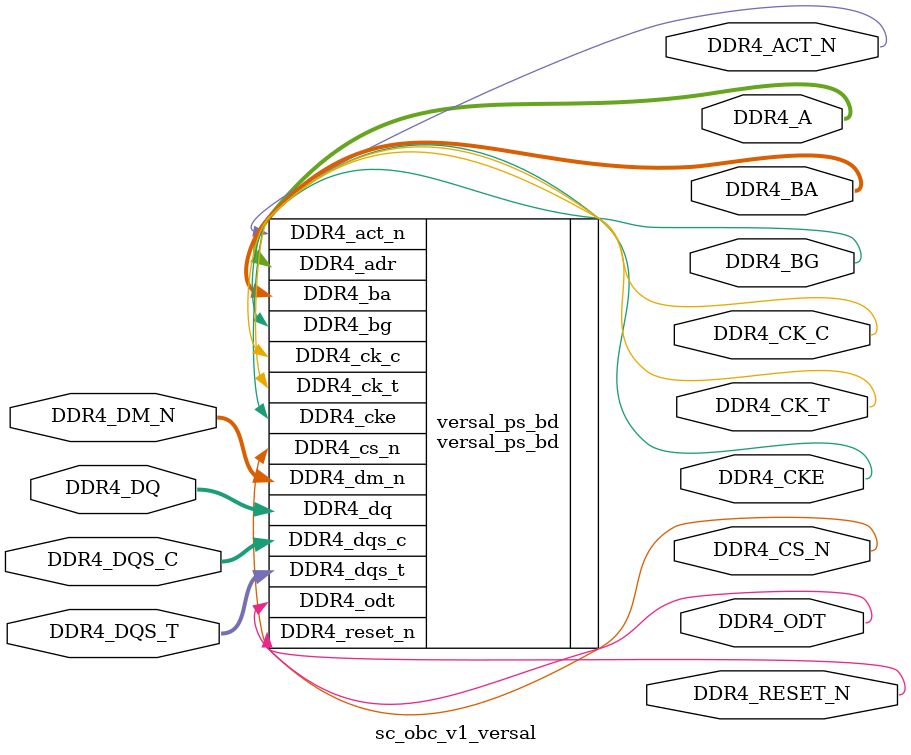
<source format=v>

module sc_obc_v1_versal (
  output DDR4_CK_T,
  output DDR4_CK_C,
  output DDR4_CKE,
  output DDR4_CS_N,
  output DDR4_ODT,
  output DDR4_ACT_N,
  output [16:0] DDR4_A,
  inout [8:0] DDR4_DM_N,
  output DDR4_BG,
  output [1:0] DDR4_BA,
  output DDR4_RESET_N,
  inout [71:0] DDR4_DQ,
  inout [8:0]DDR4_DQS_T,
  inout [8:0]DDR4_DQS_C
);

versal_ps_bd versal_ps_bd (
  .DDR4_act_n(DDR4_ACT_N),
  .DDR4_adr(DDR4_A),
  .DDR4_ba(DDR4_BA),
  .DDR4_bg(DDR4_BG),
  .DDR4_ck_c(DDR4_CK_C),
  .DDR4_ck_t(DDR4_CK_T),
  .DDR4_cke(DDR4_CKE),
  .DDR4_cs_n(DDR4_CS_N),
  .DDR4_dm_n(DDR4_DM_N),
  .DDR4_dq(DDR4_DQ),
  .DDR4_dqs_c(DDR4_DQS_C),
  .DDR4_dqs_t(DDR4_DQS_T),
  .DDR4_odt(DDR4_ODT),
  .DDR4_reset_n(DDR4_RESET_N)
);

endmodule

</source>
